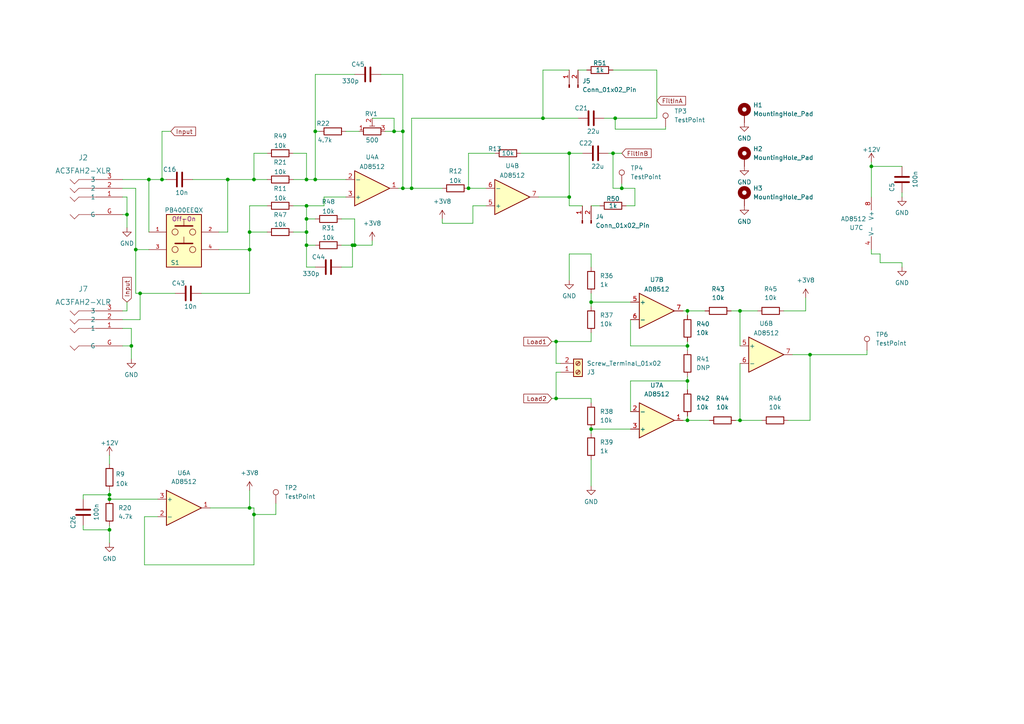
<source format=kicad_sch>
(kicad_sch (version 20231120) (generator "eeschema") (generator_version "8.0")
  (paper "A4")
  (lib_symbols
    (symbol "Amplifier_Operational:NE5532" (pin_names (offset 0.127))
      (property "Reference" "U" (at 0 5.08 0))
      (property "Value" "NE5532" (at 0 -5.08 0))
      (symbol "NE5532_1_1"
        (polyline (pts (xy -5.08 5.08) (xy 5.08 0) (xy -5.08 -5.08) (xy -5.08 5.08)) (stroke (width 0.254)) (fill (type background)))
        (pin output line (at 7.62 0 180) (length 2.54) (name "~") (number "1"))
        (pin input line (at -7.62 -2.54 0) (length 2.54) (name "-") (number "2"))
        (pin input line (at -7.62 2.54 0) (length 2.54) (name "+") (number "3"))
      )
      (symbol "NE5532_2_1"
        (polyline (pts (xy -5.08 5.08) (xy 5.08 0) (xy -5.08 -5.08) (xy -5.08 5.08)) (stroke (width 0.254)) (fill (type background)))
        (pin input line (at -7.62 2.54 0) (length 2.54) (name "+") (number "5"))
        (pin input line (at -7.62 -2.54 0) (length 2.54) (name "-") (number "6"))
        (pin output line (at 7.62 0 180) (length 2.54) (name "~") (number "7"))
      )
      (symbol "NE5532_3_1"
        (pin power_in line (at -2.54 -7.62 90) (length 3.81) (name "V-") (number "4"))
        (pin power_in line (at -2.54 7.62 270) (length 3.81) (name "V+") (number "8"))
      )
    )
    (symbol "Connector:Conn_01x02_Pin" (pin_names (offset 1.016) hide)
      (property "Reference" "J" (at 0 2.54 0))
      (property "Value" "Conn_01x02_Pin" (at 0 -5.08 0))
      (symbol "Conn_01x02_Pin_1_1"
        (polyline (pts (xy 1.27 -2.54) (xy 0.8636 -2.54)) (stroke (width 0.1524)))
        (polyline (pts (xy 1.27 0) (xy 0.8636 0)) (stroke (width 0.1524)))
        (rectangle (start 0.8636 -2.413) (end 0 -2.667) (stroke (width 0.1524)) (fill (type outline)))
        (rectangle (start 0.8636 0.127) (end 0 -0.127) (stroke (width 0.1524)) (fill (type outline)))
        (pin passive line (at 5.08 0 180) (length 3.81) (name "Pin_1") (number "1"))
        (pin passive line (at 5.08 -2.54 180) (length 3.81) (name "Pin_2") (number "2"))
      )
    )
    (symbol "Connector:Screw_Terminal_01x02" (pin_names (offset 1.016) hide)
      (property "Reference" "J" (at 0 2.54 0))
      (property "Value" "Screw_Terminal_01x02" (at 0 -5.08 0))
      (symbol "Screw_Terminal_01x02_1_1"
        (rectangle (start -1.27 1.27) (end 1.27 -3.81) (stroke (width 0.254)) (fill (type background)))
        (circle (center 0 -2.54) (radius 0.635) (stroke (width 0.1524)))
        (polyline (pts (xy -0.5334 -2.2098) (xy 0.3302 -3.048)) (stroke (width 0.1524)))
        (polyline (pts (xy -0.5334 0.3302) (xy 0.3302 -0.508)) (stroke (width 0.1524)))
        (polyline (pts (xy -0.3556 -2.032) (xy 0.508 -2.8702)) (stroke (width 0.1524)))
        (polyline (pts (xy -0.3556 0.508) (xy 0.508 -0.3302)) (stroke (width 0.1524)))
        (circle (center 0 0) (radius 0.635) (stroke (width 0.1524)))
        (pin passive line (at -5.08 0 0) (length 3.81) (name "Pin_1") (number "1"))
        (pin passive line (at -5.08 -2.54 0) (length 3.81) (name "Pin_2") (number "2"))
      )
    )
    (symbol "Connector:TestPoint" (pin_numbers hide) (pin_names (offset 0.762) hide)
      (property "Reference" "TP" (at 0 6.858 0))
      (property "Value" "TestPoint" (at 0 5.08 0))
      (symbol "TestPoint_0_1"
        (circle (center 0 3.302) (radius 0.762))
      )
      (symbol "TestPoint_1_1"
        (pin passive line (at 0 0 90) (length 2.54) (name "1") (number "1"))
      )
    )
    (symbol "Device:C" (pin_numbers hide) (pin_names (offset 0.254))
      (property "Reference" "C" (at 0.635 2.54 0))
      (property "Value" "C" (at 0.635 -2.54 0))
      (symbol "C_0_1"
        (polyline (pts (xy -2.032 -0.762) (xy 2.032 -0.762)) (stroke (width 0.508)))
        (polyline (pts (xy -2.032 0.762) (xy 2.032 0.762)) (stroke (width 0.508)))
      )
      (symbol "C_1_1"
        (pin passive line (at 0 3.81 270) (length 2.794) (name "~") (number "1"))
        (pin passive line (at 0 -3.81 90) (length 2.794) (name "~") (number "2"))
      )
    )
    (symbol "Device:R" (pin_numbers hide) (pin_names (offset 0))
      (property "Reference" "R" (at 2.032 0 90))
      (property "Value" "R" (at 0 0 90))
      (symbol "R_0_1"
        (rectangle (start -1.016 -2.54) (end 1.016 2.54) (stroke (width 0.254)))
      )
      (symbol "R_1_1"
        (pin passive line (at 0 3.81 270) (length 1.27) (name "~") (number "1"))
        (pin passive line (at 0 -3.81 90) (length 1.27) (name "~") (number "2"))
      )
    )
    (symbol "Device:R_Potentiometer_Trim" (pin_names (offset 1.016) hide)
      (property "Reference" "RV" (at -4.445 0 90))
      (property "Value" "R_Potentiometer_Trim" (at -2.54 0 90))
      (symbol "R_Potentiometer_Trim_0_1"
        (polyline (pts (xy 1.524 0.762) (xy 1.524 -0.762)))
        (polyline (pts (xy 2.54 0) (xy 1.524 0)))
        (rectangle (start 1.016 2.54) (end -1.016 -2.54) (stroke (width 0.254)))
      )
      (symbol "R_Potentiometer_Trim_1_1"
        (pin passive line (at 0 3.81 270) (length 1.27) (name "1") (number "1"))
        (pin passive line (at 3.81 0 180) (length 1.27) (name "2") (number "2"))
        (pin passive line (at 0 -3.81 90) (length 1.27) (name "3") (number "3"))
      )
    )
    (symbol "Eli_v6Lib:AC3FAH2-XLR" (pin_names (offset 0.254))
      (property "Reference" "J" (at -7.62 7.62 0))
      (property "Value" "AC3FAH2-XLR" (at -7.62 5.08 0))
      (symbol "AC3FAH2-XLR_0_1"
        (polyline (pts (xy -13.97 -11.43) (xy -15.24 -10.16)) (stroke (width 0.127)))
        (polyline (pts (xy -13.97 -6.35) (xy -15.24 -5.08)) (stroke (width 0.127)))
        (polyline (pts (xy -13.97 -3.81) (xy -15.24 -2.54)) (stroke (width 0.127)))
        (polyline (pts (xy -13.97 -1.27) (xy -15.24 0)) (stroke (width 0.127)))
        (polyline (pts (xy -12.7 -10.16) (xy -13.97 -11.43)) (stroke (width 0.127)))
        (polyline (pts (xy -12.7 -5.08) (xy -13.97 -6.35)) (stroke (width 0.127)))
        (polyline (pts (xy -12.7 -2.54) (xy -13.97 -3.81)) (stroke (width 0.127)))
        (polyline (pts (xy -12.7 0) (xy -13.97 -1.27)) (stroke (width 0.127)))
        (polyline (pts (xy -7.62 -10.16) (xy -12.7 -10.16)) (stroke (width 0.127)))
        (polyline (pts (xy -7.62 -5.08) (xy -12.7 -5.08)) (stroke (width 0.127)))
        (polyline (pts (xy -7.62 -2.54) (xy -12.7 -2.54)) (stroke (width 0.127)))
        (polyline (pts (xy -7.62 0) (xy -12.7 0)) (stroke (width 0.127)))
        (pin unspecified line (at 0 -5.08 180) (length 7.62) (name "1") (number "1"))
        (pin unspecified line (at 0 -2.54 180) (length 7.62) (name "2") (number "2"))
        (pin unspecified line (at 0 0 180) (length 7.62) (name "3") (number "3"))
        (pin unspecified line (at 0 -10.16 180) (length 7.62) (name "G") (number "G"))
      )
    )
    (symbol "Eli_v6Lib:PB400EEQX" (pin_names (offset 1.016))
      (property "Reference" "S" (at -5.0853 8.7721 0))
      (property "Value" "PB400EEQX" (at -5.0849 -10.1697 0))
      (property "Function" "Off-On" (at 0 -6.35 0))
      (symbol "PB400EEQX_0_0"
        (rectangle (start -5.08 -7.62) (end 5.08 7.62) (stroke (width 0.254)) (fill (type background)))
        (circle (center -2.5654 -2.5146) (radius 0.889) (stroke (width 0.1524)))
        (circle (center -2.5654 2.5654) (radius 0.889) (stroke (width 0.1524)))
        (polyline (pts (xy -2.54 -0.762) (xy 2.54 -0.762)) (stroke (width 0.4064)))
        (polyline (pts (xy -2.54 4.318) (xy 2.54 4.318)) (stroke (width 0.4064)))
        (polyline (pts (xy 0 1.143) (xy 0 -0.889)) (stroke (width 0.1524)))
        (polyline (pts (xy 0 6.35) (xy 0 4.191)) (stroke (width 0.1524)))
        (circle (center 2.54 -2.54) (radius 0.889) (stroke (width 0.1524)))
        (circle (center 2.54 2.54) (radius 0.889) (stroke (width 0.1524)))
        (pin passive line (at -10.16 2.54 0) (length 5.08) (name "~") (number "1"))
        (pin passive line (at 10.16 2.54 180) (length 5.08) (name "~") (number "2"))
        (pin passive line (at -10.16 -2.54 0) (length 5.08) (name "~") (number "3"))
        (pin passive line (at 10.16 -2.54 180) (length 5.08) (name "~") (number "4"))
      )
    )
    (symbol "Mechanical:MountingHole_Pad" (pin_numbers hide) (pin_names (offset 1.016) hide) (exclude_from_sim yes) (in_bom no)
      (property "Reference" "H" (at 0 6.35 0))
      (property "Value" "MountingHole_Pad" (at 0 4.445 0))
      (symbol "MountingHole_Pad_0_1"
        (circle (center 0 1.27) (radius 1.27) (stroke (width 1.27)))
      )
      (symbol "MountingHole_Pad_1_1"
        (pin input line (at 0 -2.54 90) (length 2.54) (name "1") (number "1"))
      )
    )
    (symbol "power:+12V" (power) (pin_names (offset 0))
      (property "Value" "+12V" (at 0 3.556 0))
      (symbol "+12V_0_1"
        (polyline (pts (xy -0.762 1.27) (xy 0 2.54)))
        (polyline (pts (xy 0 0) (xy 0 2.54)))
        (polyline (pts (xy 0 2.54) (xy 0.762 1.27)))
      )
      (symbol "+12V_1_1"
        (pin power_in line (at 0 0 90) (length 0) hide (name "+12V") (number "1"))
      )
    )
    (symbol "power:+3V8" (power) (pin_names (offset 0))
      (property "Value" "+3V8" (at 0 3.556 0))
      (symbol "+3V8_0_1"
        (polyline (pts (xy -0.762 1.27) (xy 0 2.54)))
        (polyline (pts (xy 0 0) (xy 0 2.54)))
        (polyline (pts (xy 0 2.54) (xy 0.762 1.27)))
      )
      (symbol "+3V8_1_1"
        (pin power_in line (at 0 0 90) (length 0) hide (name "+3V8") (number "1"))
      )
    )
    (symbol "power:GND" (power) (pin_names (offset 0))
      (property "Value" "GND" (at 0 -3.81 0))
      (symbol "GND_0_1"
        (polyline (pts (xy 0 0) (xy 0 -1.27) (xy 1.27 -1.27) (xy 0 -2.54) (xy -1.27 -1.27) (xy 0 -1.27)))
      )
      (symbol "GND_1_1"
        (pin power_in line (at 0 0 270) (length 0) hide (name "GND") (number "1"))
      )
    )
  )
  (junction (at 135.89 54.61))
  (junction (at 31.75 153.67))
  (junction (at 199.39 100.33))
  (junction (at 88.9 52.07))
  (junction (at 102.87 71.12))
  (junction (at 119.38 54.61))
  (junction (at 214.63 90.17))
  (junction (at 214.63 121.92))
  (junction (at 43.18 52.07))
  (junction (at 72.39 147.32))
  (junction (at 31.75 144.78))
  (junction (at 88.9 63.5))
  (junction (at 234.95 102.87))
  (junction (at 66.04 52.07))
  (junction (at 171.45 87.63))
  (junction (at 252.73 48.26))
  (junction (at 116.84 54.61))
  (junction (at 177.8 44.45))
  (junction (at 116.84 38.1))
  (junction (at 180.34 54.61))
  (junction (at 171.45 124.46))
  (junction (at 39.37 72.39))
  (junction (at 199.39 121.92))
  (junction (at 102.235 71.12))
  (junction (at 46.99 52.07))
  (junction (at 36.83 62.23))
  (junction (at 114.3 38.1))
  (junction (at 91.44 52.07))
  (junction (at 165.1 44.45))
  (junction (at 88.9 67.31))
  (junction (at 31.75 143.51))
  (junction (at 72.39 67.31))
  (junction (at 161.29 99.06))
  (junction (at 91.44 38.1))
  (junction (at 178.435 34.29))
  (junction (at 199.39 90.17))
  (junction (at 38.1 100.33))
  (junction (at 73.66 52.07))
  (junction (at 88.9 59.69))
  (junction (at 199.39 110.49))
  (junction (at 88.9 71.12))
  (junction (at 40.64 85.09))
  (junction (at 73.66 149.225))
  (junction (at 165.1 57.15))
  (junction (at 161.29 115.57))
  (junction (at 72.39 72.39))
  (junction (at 157.48 34.29))
  (wire (pts (xy 199.39 90.17) (xy 198.12 90.17)))
  (wire (pts (xy 193.04 36.83) (xy 193.04 37.465)))
  (wire (pts (xy 171.45 88.9) (xy 171.45 87.63)))
  (wire (pts (xy 116.84 21.59) (xy 116.84 38.1)))
  (wire (pts (xy 114.3 38.1) (xy 116.84 38.1)))
  (wire (pts (xy 41.91 149.86) (xy 45.72 149.86)))
  (wire (pts (xy 220.98 121.92) (xy 214.63 121.92)))
  (wire (pts (xy 91.44 71.12) (xy 88.9 71.12)))
  (wire (pts (xy 63.5 67.31) (xy 66.04 67.31)))
  (wire (pts (xy 88.9 63.5) (xy 88.9 59.69)))
  (wire (pts (xy 233.68 90.17) (xy 227.33 90.17)))
  (wire (pts (xy 171.45 133.35) (xy 171.45 140.97)))
  (wire (pts (xy 35.56 52.07) (xy 43.18 52.07)))
  (wire (pts (xy 252.73 46.99) (xy 252.73 48.26)))
  (wire (pts (xy 102.87 63.5) (xy 102.87 71.12)))
  (wire (pts (xy 40.64 92.71) (xy 40.64 85.09)))
  (wire (pts (xy 178.435 37.465) (xy 178.435 34.29)))
  (wire (pts (xy 198.12 121.92) (xy 199.39 121.92)))
  (wire (pts (xy 36.83 57.15) (xy 36.83 62.23)))
  (wire (pts (xy 116.84 38.1) (xy 116.84 54.61)))
  (wire (pts (xy 31.75 152.4) (xy 31.75 153.67)))
  (wire (pts (xy 162.56 107.95) (xy 161.29 107.95)))
  (wire (pts (xy 88.9 63.5) (xy 91.44 63.5)))
  (wire (pts (xy 165.1 59.69) (xy 165.1 57.15)))
  (wire (pts (xy 102.87 21.59) (xy 91.44 21.59)))
  (wire (pts (xy 35.56 92.71) (xy 40.64 92.71)))
  (wire (pts (xy 100.33 38.1) (xy 104.14 38.1)))
  (wire (pts (xy 116.84 54.61) (xy 119.38 54.61)))
  (wire (pts (xy 199.39 121.92) (xy 199.39 120.65)))
  (wire (pts (xy 119.38 34.29) (xy 157.48 34.29)))
  (wire (pts (xy 31.75 153.67) (xy 31.75 157.48)))
  (wire (pts (xy 73.66 147.32) (xy 73.66 149.225)))
  (wire (pts (xy 161.29 99.06) (xy 171.45 99.06)))
  (wire (pts (xy 72.39 147.32) (xy 73.66 147.32)))
  (wire (pts (xy 233.68 86.36) (xy 233.68 90.17)))
  (wire (pts (xy 99.06 77.47) (xy 102.235 77.47)))
  (wire (pts (xy 66.04 67.31) (xy 66.04 52.07)))
  (wire (pts (xy 255.27 76.2) (xy 255.27 73.66)))
  (wire (pts (xy 39.37 72.39) (xy 43.18 72.39)))
  (wire (pts (xy 88.9 44.45) (xy 88.9 52.07)))
  (wire (pts (xy 229.87 102.87) (xy 234.95 102.87)))
  (wire (pts (xy 114.3 34.29) (xy 114.3 38.1)))
  (wire (pts (xy 88.9 77.47) (xy 88.9 71.12)))
  (wire (pts (xy 66.04 52.07) (xy 55.88 52.07)))
  (wire (pts (xy 107.95 71.12) (xy 107.95 69.85)))
  (wire (pts (xy 255.27 73.66) (xy 252.73 73.66)))
  (wire (pts (xy 175.26 34.29) (xy 178.435 34.29)))
  (wire (pts (xy 38.1 100.33) (xy 38.1 104.14)))
  (wire (pts (xy 261.62 55.88) (xy 261.62 57.15)))
  (wire (pts (xy 167.64 20.32) (xy 170.18 20.32)))
  (wire (pts (xy 171.45 124.46) (xy 171.45 125.73)))
  (wire (pts (xy 93.98 59.69) (xy 93.98 57.15)))
  (wire (pts (xy 73.66 149.225) (xy 73.66 163.83)))
  (wire (pts (xy 115.57 54.61) (xy 116.84 54.61)))
  (wire (pts (xy 171.45 85.09) (xy 171.45 87.63)))
  (wire (pts (xy 177.8 44.45) (xy 177.8 54.61)))
  (wire (pts (xy 35.56 54.61) (xy 39.37 54.61)))
  (wire (pts (xy 72.39 67.31) (xy 72.39 72.39)))
  (wire (pts (xy 72.39 142.24) (xy 72.39 147.32)))
  (wire (pts (xy 135.89 44.45) (xy 135.89 54.61)))
  (wire (pts (xy 24.13 143.51) (xy 31.75 143.51)))
  (wire (pts (xy 177.8 20.32) (xy 190.5 20.32)))
  (wire (pts (xy 160.02 99.06) (xy 161.29 99.06)))
  (wire (pts (xy 93.98 57.15) (xy 100.33 57.15)))
  (wire (pts (xy 219.71 90.17) (xy 214.63 90.17)))
  (wire (pts (xy 252.73 72.39) (xy 252.73 73.66)))
  (wire (pts (xy 85.09 67.31) (xy 88.9 67.31)))
  (wire (pts (xy 31.75 142.24) (xy 31.75 143.51)))
  (wire (pts (xy 199.39 90.17) (xy 204.47 90.17)))
  (wire (pts (xy 171.45 87.63) (xy 182.88 87.63)))
  (wire (pts (xy 184.15 59.69) (xy 184.15 54.61)))
  (wire (pts (xy 80.01 149.225) (xy 73.66 149.225)))
  (wire (pts (xy 128.27 64.77) (xy 128.27 63.5)))
  (wire (pts (xy 214.63 121.92) (xy 213.36 121.92)))
  (wire (pts (xy 38.1 95.25) (xy 38.1 100.33)))
  (wire (pts (xy 214.63 90.17) (xy 214.63 100.33)))
  (wire (pts (xy 72.39 59.69) (xy 72.39 67.31)))
  (wire (pts (xy 251.46 101.6) (xy 251.46 102.87)))
  (wire (pts (xy 49.53 38.1) (xy 46.99 38.1)))
  (wire (pts (xy 199.39 100.33) (xy 199.39 101.6)))
  (wire (pts (xy 77.47 59.69) (xy 72.39 59.69)))
  (wire (pts (xy 252.73 48.26) (xy 252.73 57.15)))
  (wire (pts (xy 180.34 53.34) (xy 180.34 54.61)))
  (wire (pts (xy 160.02 115.57) (xy 161.29 115.57)))
  (wire (pts (xy 171.45 73.66) (xy 165.1 73.66)))
  (wire (pts (xy 176.53 44.45) (xy 177.8 44.45)))
  (wire (pts (xy 137.16 64.77) (xy 128.27 64.77)))
  (wire (pts (xy 182.88 100.33) (xy 199.39 100.33)))
  (wire (pts (xy 36.83 87.63) (xy 36.83 90.17)))
  (wire (pts (xy 46.99 52.07) (xy 48.26 52.07)))
  (wire (pts (xy 181.61 59.69) (xy 184.15 59.69)))
  (wire (pts (xy 35.56 57.15) (xy 36.83 57.15)))
  (wire (pts (xy 99.06 71.12) (xy 102.235 71.12)))
  (wire (pts (xy 205.74 121.92) (xy 199.39 121.92)))
  (wire (pts (xy 171.45 59.69) (xy 173.99 59.69)))
  (wire (pts (xy 35.56 95.25) (xy 38.1 95.25)))
  (wire (pts (xy 41.91 163.83) (xy 41.91 149.86)))
  (wire (pts (xy 137.16 59.69) (xy 137.16 64.77)))
  (wire (pts (xy 171.45 115.57) (xy 171.45 116.84)))
  (wire (pts (xy 157.48 34.29) (xy 167.64 34.29)))
  (wire (pts (xy 43.18 52.07) (xy 46.99 52.07)))
  (wire (pts (xy 39.37 54.61) (xy 39.37 72.39)))
  (wire (pts (xy 80.01 146.05) (xy 80.01 149.225)))
  (wire (pts (xy 119.38 54.61) (xy 119.38 34.29)))
  (wire (pts (xy 77.47 44.45) (xy 73.66 44.45)))
  (wire (pts (xy 38.1 100.33) (xy 35.56 100.33)))
  (wire (pts (xy 214.63 90.17) (xy 212.09 90.17)))
  (wire (pts (xy 85.09 44.45) (xy 88.9 44.45)))
  (wire (pts (xy 234.95 102.87) (xy 234.95 121.92)))
  (wire (pts (xy 24.13 144.78) (xy 24.13 143.51)))
  (wire (pts (xy 73.66 44.45) (xy 73.66 52.07)))
  (wire (pts (xy 31.75 143.51) (xy 31.75 144.78)))
  (wire (pts (xy 199.39 109.22) (xy 199.39 110.49)))
  (wire (pts (xy 252.73 48.26) (xy 261.62 48.26)))
  (wire (pts (xy 107.95 34.29) (xy 114.3 34.29)))
  (wire (pts (xy 234.95 121.92) (xy 228.6 121.92)))
  (wire (pts (xy 72.39 72.39) (xy 63.5 72.39)))
  (wire (pts (xy 102.235 71.12) (xy 102.87 71.12)))
  (wire (pts (xy 91.44 52.07) (xy 100.33 52.07)))
  (wire (pts (xy 66.04 52.07) (xy 73.66 52.07)))
  (wire (pts (xy 157.48 20.32) (xy 157.48 34.29)))
  (wire (pts (xy 199.39 110.49) (xy 199.39 113.03)))
  (wire (pts (xy 161.29 107.95) (xy 161.29 115.57)))
  (wire (pts (xy 165.1 44.45) (xy 165.1 57.15)))
  (wire (pts (xy 168.91 59.69) (xy 165.1 59.69)))
  (wire (pts (xy 58.42 85.09) (xy 72.39 85.09)))
  (wire (pts (xy 102.87 71.12) (xy 107.95 71.12)))
  (wire (pts (xy 91.44 38.1) (xy 92.71 38.1)))
  (wire (pts (xy 91.44 77.47) (xy 88.9 77.47)))
  (wire (pts (xy 182.88 92.71) (xy 182.88 100.33)))
  (wire (pts (xy 85.09 52.07) (xy 88.9 52.07)))
  (wire (pts (xy 60.96 147.32) (xy 72.39 147.32)))
  (wire (pts (xy 31.75 132.08) (xy 31.75 134.62)))
  (wire (pts (xy 182.88 110.49) (xy 199.39 110.49)))
  (wire (pts (xy 73.66 52.07) (xy 77.47 52.07)))
  (wire (pts (xy 171.45 124.46) (xy 182.88 124.46)))
  (wire (pts (xy 199.39 91.44) (xy 199.39 90.17)))
  (wire (pts (xy 36.83 62.23) (xy 36.83 66.04)))
  (wire (pts (xy 72.39 85.09) (xy 72.39 72.39)))
  (wire (pts (xy 161.29 115.57) (xy 171.45 115.57)))
  (wire (pts (xy 39.37 85.09) (xy 39.37 72.39)))
  (wire (pts (xy 140.97 59.69) (xy 137.16 59.69)))
  (wire (pts (xy 36.83 62.23) (xy 35.56 62.23)))
  (wire (pts (xy 261.62 77.47) (xy 261.62 76.2)))
  (wire (pts (xy 135.89 54.61) (xy 140.97 54.61)))
  (wire (pts (xy 184.15 54.61) (xy 180.34 54.61)))
  (wire (pts (xy 43.18 52.07) (xy 43.18 67.31)))
  (wire (pts (xy 171.45 77.47) (xy 171.45 73.66)))
  (wire (pts (xy 102.235 77.47) (xy 102.235 71.12)))
  (wire (pts (xy 31.75 144.78) (xy 45.72 144.78)))
  (wire (pts (xy 165.1 57.15) (xy 156.21 57.15)))
  (wire (pts (xy 178.435 34.29) (xy 190.5 34.29)))
  (wire (pts (xy 234.95 102.87) (xy 251.46 102.87)))
  (wire (pts (xy 199.39 99.06) (xy 199.39 100.33)))
  (wire (pts (xy 151.13 44.45) (xy 165.1 44.45)))
  (wire (pts (xy 72.39 67.31) (xy 77.47 67.31)))
  (wire (pts (xy 91.44 21.59) (xy 91.44 38.1)))
  (wire (pts (xy 73.66 163.83) (xy 41.91 163.83)))
  (wire (pts (xy 214.63 105.41) (xy 214.63 121.92)))
  (wire (pts (xy 111.76 38.1) (xy 114.3 38.1)))
  (wire (pts (xy 162.56 105.41) (xy 161.29 105.41)))
  (wire (pts (xy 88.9 59.69) (xy 93.98 59.69)))
  (wire (pts (xy 135.89 44.45) (xy 143.51 44.45)))
  (wire (pts (xy 24.13 152.4) (xy 24.13 153.67)))
  (wire (pts (xy 40.64 85.09) (xy 39.37 85.09)))
  (wire (pts (xy 180.34 54.61) (xy 177.8 54.61)))
  (wire (pts (xy 190.5 20.32) (xy 190.5 34.29)))
  (wire (pts (xy 193.04 37.465) (xy 178.435 37.465)))
  (wire (pts (xy 24.13 153.67) (xy 31.75 153.67)))
  (wire (pts (xy 177.8 44.45) (xy 180.34 44.45)))
  (wire (pts (xy 99.06 63.5) (xy 102.87 63.5)))
  (wire (pts (xy 91.44 38.1) (xy 91.44 52.07)))
  (wire (pts (xy 165.1 44.45) (xy 168.91 44.45)))
  (wire (pts (xy 50.8 85.09) (xy 40.64 85.09)))
  (wire (pts (xy 182.88 119.38) (xy 182.88 110.49)))
  (wire (pts (xy 110.49 21.59) (xy 116.84 21.59)))
  (wire (pts (xy 46.99 38.1) (xy 46.99 52.07)))
  (wire (pts (xy 88.9 67.31) (xy 88.9 63.5)))
  (wire (pts (xy 88.9 52.07) (xy 91.44 52.07)))
  (wire (pts (xy 119.38 54.61) (xy 128.27 54.61)))
  (wire (pts (xy 85.09 59.69) (xy 88.9 59.69)))
  (wire (pts (xy 88.9 71.12) (xy 88.9 67.31)))
  (wire (pts (xy 165.1 73.66) (xy 165.1 81.28)))
  (wire (pts (xy 157.48 20.32) (xy 165.1 20.32)))
  (wire (pts (xy 261.62 76.2) (xy 255.27 76.2)))
  (wire (pts (xy 161.29 105.41) (xy 161.29 99.06)))
  (wire (pts (xy 171.45 99.06) (xy 171.45 96.52)))
  (wire (pts (xy 36.83 90.17) (xy 35.56 90.17)))
  (global_label "Input" (shape input) (at 49.53 38.1 0) (property "Intersheetrefs" "${INTERSHEET_REFS}" (effects (hide yes))))
  (global_label "Load2" (shape input) (at 160.02 115.57 180) (property "Intersheetrefs" "${INTERSHEET_REFS}" (effects (hide yes))))
  (global_label "FiltInB" (shape input) (at 180.34 44.45 0) (property "Intersheetrefs" "${INTERSHEET_REFS}" (effects (hide yes))))
  (global_label "FiltInA" (shape input) (at 190.5 29.21 0) (property "Intersheetrefs" "${INTERSHEET_REFS}" (effects (hide yes))))
  (global_label "Load1" (shape input) (at 160.02 99.06 180) (property "Intersheetrefs" "${INTERSHEET_REFS}" (effects (hide yes))))
  (global_label "Input" (shape input) (at 36.83 87.63 90) (property "Intersheetrefs" "${INTERSHEET_REFS}" (effects (hide yes))))
  (symbol (lib_id "Device:C") (at 95.25 77.47 90) (unit 1)
    (property "Reference" "C44" (at 94.3415 74.549 90) (effects (justify left)))
    (property "Value" "330p" (at 92.71 79.375 90) (effects (justify left)))
    (property "Footprint" "Capacitor_SMD:C_0805_2012Metric" (effects (hide yes)))
  )
  (symbol (lib_id "Device:R_Potentiometer_Trim") (at 107.95 38.1 90) (unit 1)
    (property "Reference" "RV1" (at 107.696 33.02 90))
    (property "Value" "500" (at 107.95 40.64 90))
    (property "Footprint" "Potentiometer_THT:Potentiometer_Bourns_3296W_Vertical" (effects (hide yes)))
    (property "Description" "Trim-potentiometer" (effects (hide yes)))
  )
  (symbol (lib_id "Amplifier_Operational:NE5532") (at 148.59 57.15 0) (mirror x) (unit 2)
    (property "Reference" "U4" (at 148.59 48.1035 0))
    (property "Value" "AD8512" (at 148.59 50.8786 0))
    (property "Footprint" "Package_SO:SO-8_3.9x4.9mm_P1.27mm" (effects (hide yes)))
    (property "Datasheet" "https://www.analog.com/media/en/technical-documentation/data-sheets/AD8510_8512_8513.pdf" (effects (hide yes)))
  )
  (symbol (lib_id "Amplifier_Operational:NE5532") (at 53.34 147.32 0) (unit 1)
    (property "Reference" "U6" (at 53.34 137.16 0))
    (property "Value" "AD8512" (at 53.34 139.7 0))
    (property "Footprint" "Package_SO:SO-8_3.9x4.9mm_P1.27mm" (effects (hide yes)))
    (property "Datasheet" "https://www.analog.com/media/en/technical-documentation/data-sheets/AD8510_8512_8513.pdf" (effects (hide yes)))
  )
  (symbol (lib_id "Device:R") (at 147.32 44.45 90) (unit 1)
    (property "Reference" "R13" (at 143.51 43.18 90))
    (property "Value" "10k" (at 147.32 44.45 90))
    (property "Footprint" "Resistor_SMD:R_0805_2012Metric" (effects (hide yes)))
  )
  (symbol (lib_id "Connector:TestPoint") (at 180.34 53.34 0) (unit 1)
    (property "Reference" "TP4" (at 182.88 48.7679 0) (effects (justify left)))
    (property "Value" "TestPoint" (at 182.88 51.3079 0) (effects (justify left)))
    (property "Footprint" "TestPoint:TestPoint_THTPad_1.0x1.0mm_Drill0.5mm" (effects (hide yes)))
  )
  (symbol (lib_id "Device:R") (at 171.45 92.71 180) (unit 1)
    (property "Reference" "R37" (at 173.99 91.4399 0) (effects (justify right)))
    (property "Value" "10k" (at 173.99 93.9799 0) (effects (justify right)))
    (property "Footprint" "Resistor_SMD:R_0805_2012Metric" (effects (hide yes)))
  )
  (symbol (lib_id "Device:R") (at 223.52 90.17 270) (unit 1)
    (property "Reference" "R45" (at 223.52 83.82 90))
    (property "Value" "10k" (at 223.52 86.36 90))
    (property "Footprint" "Resistor_SMD:R_0805_2012Metric" (effects (hide yes)))
  )
  (symbol (lib_id "Device:R") (at 31.75 138.43 0) (unit 1)
    (property "Reference" "R9" (at 33.528 137.5215 0) (effects (justify left)))
    (property "Value" "10k" (at 33.528 140.2966 0) (effects (justify left)))
    (property "Footprint" "Resistor_SMD:R_0805_2012Metric" (effects (hide yes)))
  )
  (symbol (lib_id "Eli_v6Lib:AC3FAH2-XLR") (at 35.56 90.17 0) (unit 1)
    (property "Reference" "J7" (at 24.13 83.82 0) (effects (font (size 1.524 1.524))))
    (property "Value" "AC3FAH2-XLR" (at 24.13 87.63 0) (effects (font (size 1.524 1.524))))
    (property "Footprint" "Eli_Lib:AC3FAH2-F-XLR" (effects (hide yes)))
    (property "Datasheet" "https://amphenolaudio.com/wp-content/uploads/2015/06/AC3FAH2-AU-PRE.pdf" (effects (hide yes)))
  )
  (symbol (lib_id "Device:R") (at 171.45 120.65 180) (unit 1)
    (property "Reference" "R38" (at 173.99 119.3799 0) (effects (justify right)))
    (property "Value" "10k" (at 173.99 121.9199 0) (effects (justify right)))
    (property "Footprint" "Resistor_SMD:R_0805_2012Metric" (effects (hide yes)))
  )
  (symbol (lib_id "power:+3V8") (at 107.95 69.85 0) (unit 1)
    (property "Reference" "#PWR0132" (effects (hide yes)))
    (property "Value" "+3V8" (at 107.95 64.77 0))
  )
  (symbol (lib_id "Device:C") (at 106.68 21.59 90) (unit 1)
    (property "Reference" "C45" (at 105.7715 18.669 90) (effects (justify left)))
    (property "Value" "330p" (at 104.14 23.495 90) (effects (justify left)))
    (property "Footprint" "Capacitor_SMD:C_0805_2012Metric" (effects (hide yes)))
  )
  (symbol (lib_id "Device:R") (at 199.39 116.84 180) (unit 1)
    (property "Reference" "R42" (at 201.93 115.5699 0) (effects (justify right)))
    (property "Value" "10k" (at 201.93 118.1099 0) (effects (justify right)))
    (property "Footprint" "Resistor_SMD:R_0805_2012Metric" (effects (hide yes)))
  )
  (symbol (lib_id "Mechanical:MountingHole_Pad") (at 215.9 33.02 0) (unit 1) (exclude_from_sim yes) (in_bom no)
    (property "Reference" "H1" (at 218.44 30.4799 0) (effects (justify left)))
    (property "Value" "MountingHole_Pad" (at 218.44 33.0199 0) (effects (justify left)))
    (property "Footprint" "MountingHole:MountingHole_3.2mm_M3_Pad_Via" (effects (hide yes)))
    (property "Description" "Mounting Hole with connection" (effects (hide yes)))
  )
  (symbol (lib_id "power:GND") (at 215.9 35.56 0) (unit 1)
    (property "Reference" "#PWR01" (effects (hide yes)))
    (property "Value" "GND" (at 215.9 40.1225 0))
  )
  (symbol (lib_id "Amplifier_Operational:NE5532") (at 190.5 90.17 0) (unit 2)
    (property "Reference" "U7" (at 190.5 81.1235 0))
    (property "Value" "AD8512" (at 190.5 83.8986 0))
    (property "Footprint" "Package_SO:SO-8_3.9x4.9mm_P1.27mm" (effects (hide yes)))
    (property "Datasheet" "https://www.analog.com/media/en/technical-documentation/data-sheets/AD8510_8512_8513.pdf" (effects (hide yes)))
  )
  (symbol (lib_id "power:GND") (at 171.45 140.97 0) (unit 1)
    (property "Reference" "#PWR0167" (effects (hide yes)))
    (property "Value" "GND" (at 171.45 145.5325 0))
  )
  (symbol (lib_id "Device:R") (at 209.55 121.92 270) (unit 1)
    (property "Reference" "R44" (at 209.55 115.57 90))
    (property "Value" "10k" (at 209.55 118.11 90))
    (property "Footprint" "Resistor_SMD:R_0805_2012Metric" (effects (hide yes)))
  )
  (symbol (lib_id "Mechanical:MountingHole_Pad") (at 215.9 57.15 0) (unit 1) (exclude_from_sim yes) (in_bom no)
    (property "Reference" "H3" (at 218.44 54.6099 0) (effects (justify left)))
    (property "Value" "MountingHole_Pad" (at 218.44 57.1499 0) (effects (justify left)))
    (property "Footprint" "MountingHole:MountingHole_3.2mm_M3_Pad_Via" (effects (hide yes)))
    (property "Description" "Mounting Hole with connection" (effects (hide yes)))
  )
  (symbol (lib_id "Eli_v6Lib:PB400EEQX") (at 53.34 69.85 0) (unit 1)
    (property "Reference" "S1" (at 50.8 76.2 0))
    (property "Value" "PB400EEQX" (at 53.34 60.96 0))
    (property "Footprint" "Eli_Lib:SW_PB400EEQX" (effects (hide yes)))
    (property "PARTREV" "NA" (effects (hide yes)))
    (property "STANDARD" "Manufacturer Recommednation" (effects (hide yes)))
    (property "MANUFACTURER" "E-Switch" (effects (hide yes)))
    (property "Function" "Off-On" (at 53.34 63.5 0))
  )
  (symbol (lib_id "Device:R") (at 177.8 59.69 90) (unit 1)
    (property "Reference" "R50" (at 177.8 57.658 90))
    (property "Value" "1k" (at 177.8 59.69 90))
    (property "Footprint" "Resistor_SMD:R_0805_2012Metric" (effects (hide yes)))
  )
  (symbol (lib_id "Device:R") (at 132.08 54.61 90) (unit 1)
    (property "Reference" "R12" (at 132.08 49.6275 90))
    (property "Value" "10k" (at 132.08 52.4026 90))
    (property "Footprint" "Resistor_SMD:R_0805_2012Metric" (effects (hide yes)))
  )
  (symbol (lib_id "Device:R") (at 96.52 38.1 90) (unit 1)
    (property "Reference" "R22" (at 93.726 35.814 90))
    (property "Value" "4.7k" (at 94.234 40.64 90))
    (property "Footprint" "Resistor_SMD:R_0805_2012Metric" (effects (hide yes)))
  )
  (symbol (lib_id "Device:C") (at 54.61 85.09 90) (unit 1)
    (property "Reference" "C43" (at 53.7015 82.169 90) (effects (justify left)))
    (property "Value" "10n" (at 57.15 88.9 90) (effects (justify left)))
    (property "Footprint" "Capacitor_SMD:C_0805_2012Metric" (effects (hide yes)))
  )
  (symbol (lib_id "Device:R") (at 81.28 59.69 90) (unit 1)
    (property "Reference" "R11" (at 81.28 54.7075 90))
    (property "Value" "10k" (at 81.28 57.4826 90))
    (property "Footprint" "Resistor_SMD:R_0805_2012Metric" (effects (hide yes)))
  )
  (symbol (lib_id "Device:C") (at 52.07 52.07 90) (unit 1)
    (property "Reference" "C16" (at 51.1615 49.149 90) (effects (justify left)))
    (property "Value" "10n" (at 54.61 55.88 90) (effects (justify left)))
    (property "Footprint" "Capacitor_SMD:C_0805_2012Metric" (effects (hide yes)))
  )
  (symbol (lib_id "power:+3V8") (at 72.39 142.24 0) (unit 1)
    (property "Reference" "#PWR0131" (effects (hide yes)))
    (property "Value" "+3V8" (at 72.39 137.16 0))
  )
  (symbol (lib_id "Connector:TestPoint") (at 251.46 101.6 0) (unit 1)
    (property "Reference" "TP6" (at 254 97.0279 0) (effects (justify left)))
    (property "Value" "TestPoint" (at 254 99.5679 0) (effects (justify left)))
    (property "Footprint" "TestPoint:TestPoint_THTPad_1.0x1.0mm_Drill0.5mm" (effects (hide yes)))
  )
  (symbol (lib_id "Device:R") (at 224.79 121.92 270) (unit 1)
    (property "Reference" "R46" (at 224.79 115.57 90))
    (property "Value" "10k" (at 224.79 118.11 90))
    (property "Footprint" "Resistor_SMD:R_0805_2012Metric" (effects (hide yes)))
  )
  (symbol (lib_id "Connector:TestPoint") (at 80.01 146.05 0) (unit 1)
    (property "Reference" "TP2" (at 82.55 141.4779 0) (effects (justify left)))
    (property "Value" "TestPoint" (at 82.55 144.0179 0) (effects (justify left)))
    (property "Footprint" "TestPoint:TestPoint_THTPad_1.0x1.0mm_Drill0.5mm" (effects (hide yes)))
  )
  (symbol (lib_id "Mechanical:MountingHole_Pad") (at 215.9 45.72 0) (unit 1) (exclude_from_sim yes) (in_bom no)
    (property "Reference" "H2" (at 218.44 43.1799 0) (effects (justify left)))
    (property "Value" "MountingHole_Pad" (at 218.44 45.7199 0) (effects (justify left)))
    (property "Footprint" "MountingHole:MountingHole_3.2mm_M3_Pad_Via" (effects (hide yes)))
    (property "Description" "Mounting Hole with connection" (effects (hide yes)))
  )
  (symbol (lib_id "Device:R") (at 173.99 20.32 90) (unit 1)
    (property "Reference" "R51" (at 173.99 18.288 90))
    (property "Value" "1k" (at 173.99 20.32 90))
    (property "Footprint" "Resistor_SMD:R_0805_2012Metric" (effects (hide yes)))
  )
  (symbol (lib_id "Device:R") (at 95.25 63.5 90) (unit 1)
    (property "Reference" "R48" (at 95.25 58.5175 90))
    (property "Value" "10k" (at 95.25 61.2926 90))
    (property "Footprint" "Resistor_SMD:R_0805_2012Metric" (effects (hide yes)))
  )
  (symbol (lib_id "Amplifier_Operational:NE5532") (at 250.19 64.77 0) (mirror y) (unit 3)
    (property "Reference" "U7" (at 246.38 66.04 0) (effects (justify right)))
    (property "Value" "AD8512" (at 243.84 63.5 0) (effects (justify right)))
    (property "Footprint" "Package_SO:SO-8_3.9x4.9mm_P1.27mm" (effects (hide yes)))
    (property "Datasheet" "https://www.analog.com/media/en/technical-documentation/data-sheets/AD8510_8512_8513.pdf" (effects (hide yes)))
  )
  (symbol (lib_id "Amplifier_Operational:NE5532") (at 190.5 121.92 0) (mirror x) (unit 1)
    (property "Reference" "U7" (at 190.5 111.76 0))
    (property "Value" "AD8512" (at 190.5 114.3 0))
    (property "Footprint" "Package_SO:SO-8_3.9x4.9mm_P1.27mm" (effects (hide yes)))
    (property "Datasheet" "https://www.analog.com/media/en/technical-documentation/data-sheets/AD8510_8512_8513.pdf" (effects (hide yes)))
  )
  (symbol (lib_id "Connector:Conn_01x02_Pin") (at 168.91 64.77 90) (unit 1)
    (property "Reference" "J4" (at 172.72 62.8649 90) (effects (justify right)))
    (property "Value" "Conn_01x02_Pin" (at 172.72 65.4049 90) (effects (justify right)))
    (property "Footprint" "Connector_PinHeader_1.27mm:PinHeader_1x02_P1.27mm_Vertical" (effects (hide yes)))
    (property "Description" "Generic connector, single row, 01x02, script generated" (effects (hide yes)))
  )
  (symbol (lib_id "Device:R") (at 171.45 129.54 180) (unit 1)
    (property "Reference" "R39" (at 173.99 128.2699 0) (effects (justify right)))
    (property "Value" "1k" (at 173.99 130.8099 0) (effects (justify right)))
    (property "Footprint" "Resistor_SMD:R_0805_2012Metric" (effects (hide yes)))
  )
  (symbol (lib_id "Device:R") (at 31.75 148.59 0) (unit 1)
    (property "Reference" "R20" (at 34.29 147.3199 0) (effects (justify left)))
    (property "Value" "4.7k" (at 34.29 149.8599 0) (effects (justify left)))
    (property "Footprint" "Resistor_SMD:R_0805_2012Metric" (effects (hide yes)))
  )
  (symbol (lib_id "Amplifier_Operational:NE5532") (at 222.25 102.87 0) (unit 2)
    (property "Reference" "U6" (at 222.25 93.8235 0))
    (property "Value" "AD8512" (at 222.25 96.5986 0))
    (property "Footprint" "Package_SO:SO-8_3.9x4.9mm_P1.27mm" (effects (hide yes)))
    (property "Datasheet" "https://www.analog.com/media/en/technical-documentation/data-sheets/AD8510_8512_8513.pdf" (effects (hide yes)))
  )
  (symbol (lib_id "Device:R") (at 81.28 52.07 90) (unit 1)
    (property "Reference" "R21" (at 81.28 47.0875 90))
    (property "Value" "10k" (at 81.28 49.8626 90))
    (property "Footprint" "Resistor_SMD:R_0805_2012Metric" (effects (hide yes)))
  )
  (symbol (lib_id "Connector:Conn_01x02_Pin") (at 165.1 25.4 90) (unit 1)
    (property "Reference" "J5" (at 168.91 23.4949 90) (effects (justify right)))
    (property "Value" "Conn_01x02_Pin" (at 168.91 26.0349 90) (effects (justify right)))
    (property "Footprint" "Connector_PinHeader_1.27mm:PinHeader_1x02_P1.27mm_Vertical" (effects (hide yes)))
    (property "Description" "Generic connector, single row, 01x02, script generated" (effects (hide yes)))
  )
  (symbol (lib_id "power:GND") (at 261.62 77.47 0) (unit 1)
    (property "Reference" "#PWR0170" (effects (hide yes)))
    (property "Value" "GND" (at 261.62 82.0325 0))
  )
  (symbol (lib_id "Device:R") (at 95.25 71.12 90) (unit 1)
    (property "Reference" "R31" (at 95.25 66.1375 90))
    (property "Value" "10k" (at 95.25 68.9126 90))
    (property "Footprint" "Resistor_SMD:R_0805_2012Metric" (effects (hide yes)))
  )
  (symbol (lib_id "power:+12V") (at 252.73 46.99 0) (unit 1)
    (property "Reference" "#PWR0171" (effects (hide yes)))
    (property "Value" "+12V" (at 252.73 43.3855 0))
  )
  (symbol (lib_id "Device:R") (at 208.28 90.17 270) (unit 1)
    (property "Reference" "R43" (at 208.28 83.82 90))
    (property "Value" "10k" (at 208.28 86.36 90))
    (property "Footprint" "Resistor_SMD:R_0805_2012Metric" (effects (hide yes)))
  )
  (symbol (lib_id "power:GND") (at 261.62 57.15 0) (unit 1)
    (property "Reference" "#PWR0169" (effects (hide yes)))
    (property "Value" "GND" (at 261.62 61.7125 0))
  )
  (symbol (lib_id "Device:R") (at 171.45 81.28 180) (unit 1)
    (property "Reference" "R36" (at 173.99 80.0099 0) (effects (justify right)))
    (property "Value" "1k" (at 173.99 82.5499 0) (effects (justify right)))
    (property "Footprint" "Resistor_SMD:R_0805_2012Metric" (effects (hide yes)))
  )
  (symbol (lib_id "power:GND") (at 215.9 59.69 0) (unit 1)
    (property "Reference" "#PWR03" (effects (hide yes)))
    (property "Value" "GND" (at 215.9 64.2525 0))
  )
  (symbol (lib_id "Device:C") (at 171.45 34.29 90) (unit 1)
    (property "Reference" "C21" (at 170.5415 31.369 90) (effects (justify left)))
    (property "Value" "22u" (at 173.99 38.1 90) (effects (justify left)))
    (property "Footprint" "Capacitor_SMD:C_1206_3216Metric_Pad1.33x1.80mm_HandSolder" (effects (hide yes)))
  )
  (symbol (lib_id "Device:R") (at 199.39 105.41 180) (unit 1)
    (property "Reference" "R41" (at 201.93 104.1399 0) (effects (justify right)))
    (property "Value" "DNP" (at 201.93 106.6799 0) (effects (justify right)))
    (property "Footprint" "Resistor_SMD:R_0805_2012Metric" (effects (hide yes)))
  )
  (symbol (lib_id "power:+3V8") (at 128.27 63.5 0) (unit 1)
    (property "Reference" "#PWR0120" (effects (hide yes)))
    (property "Value" "+3V8" (at 128.27 58.42 0))
  )
  (symbol (lib_id "power:+12V") (at 31.75 132.08 0) (unit 1)
    (property "Reference" "#PWR0140" (effects (hide yes)))
    (property "Value" "+12V" (at 31.75 128.4755 0))
  )
  (symbol (lib_id "Device:C") (at 172.72 44.45 90) (unit 1)
    (property "Reference" "C22" (at 171.8115 41.529 90) (effects (justify left)))
    (property "Value" "22u" (at 175.26 48.26 90) (effects (justify left)))
    (property "Footprint" "Capacitor_SMD:C_1206_3216Metric_Pad1.33x1.80mm_HandSolder" (effects (hide yes)))
  )
  (symbol (lib_id "power:GND") (at 215.9 48.26 0) (unit 1)
    (property "Reference" "#PWR02" (effects (hide yes)))
    (property "Value" "GND" (at 215.9 52.8225 0))
  )
  (symbol (lib_id "Device:C") (at 261.62 52.07 180) (unit 1)
    (property "Reference" "C5" (at 258.699 52.9785 90) (effects (justify left)))
    (property "Value" "100n" (at 265.43 49.53 90) (effects (justify left)))
    (property "Footprint" "Capacitor_SMD:C_0805_2012Metric" (effects (hide yes)))
  )
  (symbol (lib_id "Device:R") (at 81.28 44.45 90) (unit 1)
    (property "Reference" "R49" (at 81.28 39.4675 90))
    (property "Value" "10k" (at 81.28 42.2426 90))
    (property "Footprint" "Resistor_SMD:R_0805_2012Metric" (effects (hide yes)))
  )
  (symbol (lib_id "Eli_v6Lib:AC3FAH2-XLR") (at 35.56 52.07 0) (unit 1)
    (property "Reference" "J2" (at 24.13 45.72 0) (effects (font (size 1.524 1.524))))
    (property "Value" "AC3FAH2-XLR" (at 24.13 49.53 0) (effects (font (size 1.524 1.524))))
    (property "Footprint" "Eli_Lib:AC3FAH2-F-XLR" (effects (hide yes)))
    (property "Datasheet" "https://amphenolaudio.com/wp-content/uploads/2015/06/AC3FAH2-AU-PRE.pdf" (effects (hide yes)))
  )
  (symbol (lib_id "Device:R") (at 199.39 95.25 180) (unit 1)
    (property "Reference" "R40" (at 201.93 93.9799 0) (effects (justify right)))
    (property "Value" "10k" (at 201.93 96.5199 0) (effects (justify right)))
    (property "Footprint" "Resistor_SMD:R_0805_2012Metric" (effects (hide yes)))
  )
  (symbol (lib_id "power:+3V8") (at 233.68 86.36 0) (unit 1)
    (property "Reference" "#PWR0168" (effects (hide yes)))
    (property "Value" "+3V8" (at 233.68 81.28 0))
  )
  (symbol (lib_id "power:GND") (at 31.75 157.48 0) (unit 1)
    (property "Reference" "#PWR0139" (effects (hide yes)))
    (property "Value" "GND" (at 31.75 162.0425 0))
  )
  (symbol (lib_id "Connector:Screw_Terminal_01x02") (at 167.64 107.95 0) (mirror x) (unit 1)
    (property "Reference" "J3" (at 170.18 107.9501 0) (effects (justify left)))
    (property "Value" "Screw_Terminal_01x02" (at 170.18 105.4101 0) (effects (justify left)))
    (property "Footprint" "TerminalBlock_Phoenix:TerminalBlock_Phoenix_MKDS-1,5-2-5.08_1x02_P5.08mm_Horizontal" (effects (hide yes)))
    (property "Description" "Generic screw terminal, single row, 01x02, script generated (kicad-library-utils/schlib/autogen/connector/)" (effects (hide yes)))
  )
  (symbol (lib_id "power:GND") (at 36.83 66.04 0) (unit 1)
    (property "Reference" "#PWR0130" (effects (hide yes)))
    (property "Value" "GND" (at 36.83 70.6025 0))
  )
  (symbol (lib_id "Amplifier_Operational:NE5532") (at 107.95 54.61 0) (mirror x) (unit 1)
    (property "Reference" "U4" (at 107.95 45.5635 0))
    (property "Value" "AD8512" (at 107.95 48.3386 0))
    (property "Footprint" "Package_SO:SO-8_3.9x4.9mm_P1.27mm" (effects (hide yes)))
    (property "Datasheet" "https://www.analog.com/media/en/technical-documentation/data-sheets/AD8510_8512_8513.pdf" (effects (hide yes)))
  )
  (symbol (lib_id "power:GND") (at 165.1 81.28 0) (unit 1)
    (property "Reference" "#PWR0166" (effects (hide yes)))
    (property "Value" "GND" (at 165.1 85.8425 0))
  )
  (symbol (lib_id "Device:R") (at 81.28 67.31 90) (unit 1)
    (property "Reference" "R47" (at 81.28 62.3275 90))
    (property "Value" "10k" (at 81.28 65.1026 90))
    (property "Footprint" "Resistor_SMD:R_0805_2012Metric" (effects (hide yes)))
  )
  (symbol (lib_id "power:GND") (at 38.1 104.14 0) (unit 1)
    (property "Reference" "#PWR08" (effects (hide yes)))
    (property "Value" "GND" (at 38.1 108.7025 0))
  )
  (symbol (lib_id "Connector:TestPoint") (at 193.04 36.83 0) (unit 1)
    (property "Reference" "TP3" (at 195.58 32.2579 0) (effects (justify left)))
    (property "Value" "TestPoint" (at 195.58 34.7979 0) (effects (justify left)))
    (property "Footprint" "TestPoint:TestPoint_THTPad_1.0x1.0mm_Drill0.5mm" (effects (hide yes)))
  )
  (symbol (lib_id "Device:C") (at 24.13 148.59 180) (unit 1)
    (property "Reference" "C26" (at 21.209 149.4985 90) (effects (justify left)))
    (property "Value" "100n" (at 27.94 146.05 90) (effects (justify left)))
    (property "Footprint" "Capacitor_SMD:C_0805_2012Metric" (effects (hide yes)))
  )
)
</source>
